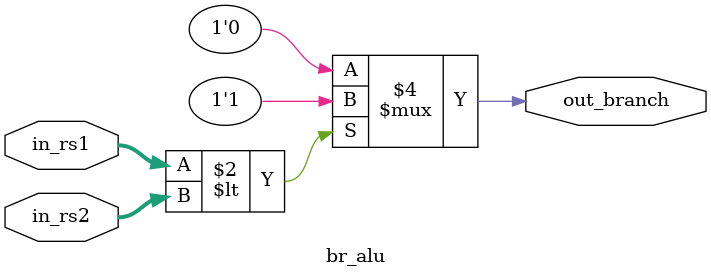
<source format=v>


module br_alu
    #( parameter PROC_DATA_WIDTH=16	)
    (
        input   [PROC_DATA_WIDTH-1:0]    in_rs1,
        input   [PROC_DATA_WIDTH-1:0]    in_rs2, 
        //input   [2:0]   in_funct3,
		output  reg out_branch
    );
		 
    always @(*) // same as   always @(A, B, Ainv, Binv, CIN, Opr, LESS) 
	   begin
			if($signed(in_rs1) < $signed(in_rs2)) begin
				out_branch = 1'b1;
			end else begin
				out_branch = 1'b0;
			end
		end 
	
endmodule 

</source>
